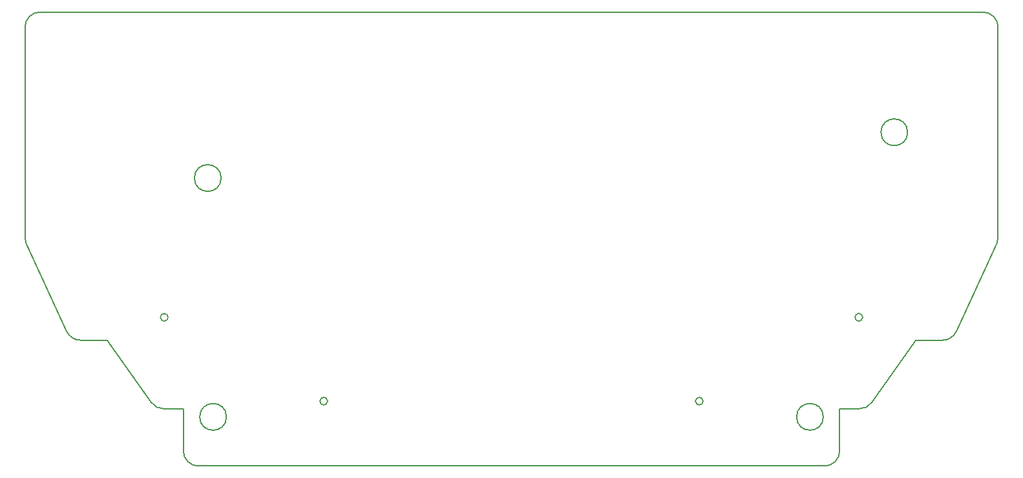
<source format=gbr>
%TF.GenerationSoftware,KiCad,Pcbnew,7.0.8-7.0.8~ubuntu20.04.1*%
%TF.CreationDate,2023-11-26T17:45:29+01:00*%
%TF.ProjectId,bouilloire_pcb,626f7569-6c6c-46f6-9972-655f7063622e,rev?*%
%TF.SameCoordinates,Original*%
%TF.FileFunction,Profile,NP*%
%FSLAX46Y46*%
G04 Gerber Fmt 4.6, Leading zero omitted, Abs format (unit mm)*
G04 Created by KiCad (PCBNEW 7.0.8-7.0.8~ubuntu20.04.1) date 2023-11-26 17:45:29*
%MOMM*%
%LPD*%
G01*
G04 APERTURE LIST*
%TA.AperFunction,Profile*%
%ADD10C,0.150000*%
%TD*%
G04 APERTURE END LIST*
D10*
X16552401Y8346990D02*
X10800000Y16500000D01*
X115650000Y43750000D02*
G75*
G03*
X115650000Y43750000I-1750000J0D01*
G01*
X2000000Y59500000D02*
G75*
G03*
X0Y57500000I-1J-1999999D01*
G01*
X26400000Y6450000D02*
G75*
G03*
X26400000Y6450000I-1750000J0D01*
G01*
X104600000Y6450000D02*
G75*
G03*
X104600000Y6450000I-1750000J0D01*
G01*
X25700000Y37750000D02*
G75*
G03*
X25700000Y37750000I-1750000J0D01*
G01*
X0Y57500000D02*
X0Y29939274D01*
X125500000Y59500000D02*
X2000000Y59500000D01*
X20750000Y2000000D02*
X20750000Y7500000D01*
X5463740Y17661881D02*
G75*
G03*
X7279665Y16500000I1815930J838139D01*
G01*
X18750000Y19500000D02*
G75*
G03*
X18750000Y19500000I-500000J0D01*
G01*
X39650000Y8500000D02*
G75*
G03*
X39650000Y8500000I-500000J0D01*
G01*
X127315934Y29101150D02*
G75*
G03*
X127500000Y29939274I-1816234J838150D01*
G01*
X116700000Y16500000D02*
X110947599Y8346990D01*
X16552409Y8346996D02*
G75*
G03*
X18186589Y7500000I1634191J1153004D01*
G01*
X120220335Y16500001D02*
G75*
G03*
X122036254Y17661884I65J1999899D01*
G01*
X127500000Y57500000D02*
G75*
G03*
X125500000Y59500000I-2000000J0D01*
G01*
X104750000Y0D02*
G75*
G03*
X106750000Y2000000I0J2000000D01*
G01*
X1Y29939274D02*
G75*
G03*
X184081Y29101157I2000039J6D01*
G01*
X10800000Y16500000D02*
X7279665Y16500000D01*
X109313411Y7500000D02*
X106750000Y7500000D01*
X22750000Y0D02*
X104750000Y0D01*
X127315919Y29101157D02*
X122036254Y17661884D01*
X127500000Y29939274D02*
X127500000Y57500000D01*
X88850000Y8500000D02*
G75*
G03*
X88850000Y8500000I-500000J0D01*
G01*
X5463746Y17661884D02*
X184081Y29101157D01*
X120220335Y16500000D02*
X116700000Y16500000D01*
X106750000Y7500000D02*
X106750000Y2000000D01*
X109750000Y19500000D02*
G75*
G03*
X109750000Y19500000I-500000J0D01*
G01*
X20750000Y7500000D02*
X18186589Y7500000D01*
X20750000Y2000000D02*
G75*
G03*
X22750000Y0I2000000J0D01*
G01*
X109313411Y7499991D02*
G75*
G03*
X110947599Y8346990I-11J2000009D01*
G01*
M02*

</source>
